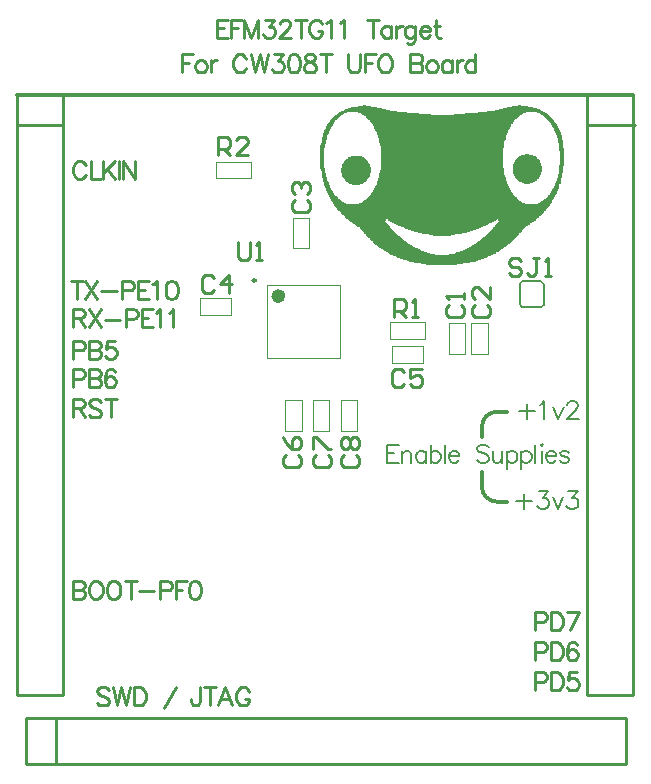
<source format=gto>
G04*
G04 #@! TF.GenerationSoftware,Altium Limited,Altium Designer,18.1.7 (191)*
G04*
G04 Layer_Color=65535*
%FSLAX25Y25*%
%MOIN*%
G70*
G01*
G75*
%ADD10C,0.02362*%
%ADD11C,0.00984*%
%ADD12C,0.01181*%
%ADD13C,0.00787*%
%ADD14C,0.00394*%
%ADD15C,0.01000*%
%ADD16C,0.00800*%
G36*
X167980Y219833D02*
X170102D01*
Y219640D01*
X171066D01*
Y219447D01*
X172031D01*
Y219254D01*
X172609D01*
Y219061D01*
X173188D01*
Y218868D01*
X173767D01*
Y218676D01*
X174153D01*
Y218483D01*
X174538D01*
Y218290D01*
X174924D01*
Y218097D01*
X175310D01*
Y217904D01*
X175696D01*
Y217711D01*
X175889D01*
Y217518D01*
X176274D01*
Y217325D01*
X176467D01*
Y217132D01*
X176853D01*
Y216939D01*
X177046D01*
Y216747D01*
X177239D01*
Y216554D01*
X177432D01*
Y216361D01*
X177625D01*
Y216168D01*
X177818D01*
Y215975D01*
X178010D01*
Y215782D01*
X178203D01*
Y215589D01*
X178396D01*
Y215396D01*
X178589D01*
Y215203D01*
X178782D01*
Y215010D01*
X178975D01*
Y214818D01*
Y214625D01*
X179168D01*
Y214432D01*
X179361D01*
Y214239D01*
Y214046D01*
X179554D01*
Y213853D01*
X179747D01*
Y213660D01*
Y213467D01*
X179939D01*
Y213274D01*
Y213082D01*
X180132D01*
Y212889D01*
X180325D01*
Y212696D01*
Y212503D01*
X180518D01*
Y212310D01*
Y212117D01*
X180711D01*
Y211924D01*
Y211731D01*
X180904D01*
Y211538D01*
Y211346D01*
Y211153D01*
X181097D01*
Y210960D01*
Y210767D01*
Y210574D01*
X181290D01*
Y210381D01*
Y210188D01*
Y209995D01*
X181483D01*
Y209802D01*
Y209609D01*
Y209417D01*
X181676D01*
Y209224D01*
Y209031D01*
Y208838D01*
Y208645D01*
Y208452D01*
X181869D01*
Y208259D01*
Y208066D01*
Y207873D01*
Y207680D01*
Y207488D01*
Y207295D01*
Y207102D01*
Y206909D01*
X182061D01*
Y206716D01*
Y206523D01*
Y206330D01*
Y206137D01*
Y205944D01*
Y205751D01*
X182254D01*
Y205558D01*
Y205366D01*
Y205173D01*
Y204980D01*
Y204787D01*
Y204594D01*
Y204401D01*
Y204208D01*
Y204015D01*
Y203822D01*
Y203629D01*
Y203437D01*
Y203244D01*
Y203051D01*
Y202858D01*
Y202665D01*
Y202472D01*
Y202279D01*
Y202086D01*
Y201893D01*
Y201701D01*
Y201508D01*
Y201315D01*
Y201122D01*
Y200929D01*
Y200736D01*
Y200543D01*
Y200350D01*
Y200157D01*
Y199964D01*
X182061D01*
Y199772D01*
Y199579D01*
Y199386D01*
Y199193D01*
Y199000D01*
Y198807D01*
X181869D01*
Y198614D01*
Y198421D01*
Y198228D01*
Y198036D01*
Y197843D01*
Y197650D01*
Y197457D01*
X181676D01*
Y197264D01*
Y197071D01*
Y196878D01*
Y196685D01*
Y196492D01*
Y196299D01*
X181483D01*
Y196107D01*
Y195914D01*
Y195721D01*
X181290D01*
Y195528D01*
Y195335D01*
Y195142D01*
Y194949D01*
X181097D01*
Y194756D01*
Y194563D01*
Y194370D01*
Y194177D01*
Y193985D01*
X180904D01*
Y193792D01*
X180711D01*
Y193599D01*
Y193406D01*
Y193213D01*
Y193020D01*
X180518D01*
Y192827D01*
Y192634D01*
Y192441D01*
Y192249D01*
X180325D01*
Y192056D01*
X180132D01*
Y191863D01*
Y191670D01*
Y191477D01*
X179939D01*
Y191284D01*
Y191091D01*
Y190898D01*
X179747D01*
Y190705D01*
Y190513D01*
X179554D01*
Y190320D01*
X179361D01*
Y190127D01*
Y189934D01*
Y189741D01*
X179168D01*
Y189548D01*
Y189355D01*
X178975D01*
Y189162D01*
X178782D01*
Y188969D01*
Y188776D01*
X178589D01*
Y188584D01*
Y188391D01*
X178396D01*
Y188198D01*
X178203D01*
Y188005D01*
Y187812D01*
Y187619D01*
X178010D01*
Y187426D01*
X177818D01*
Y187233D01*
X177625D01*
Y187040D01*
Y186847D01*
X177432D01*
Y186654D01*
X177239D01*
Y186462D01*
Y186269D01*
X177046D01*
Y186076D01*
X176853D01*
Y185883D01*
Y185690D01*
X176660D01*
Y185497D01*
X176274D01*
Y185304D01*
Y185111D01*
X176082D01*
Y184918D01*
X175889D01*
Y184726D01*
X175696D01*
Y184533D01*
X175503D01*
Y184340D01*
Y184147D01*
X175310D01*
Y183954D01*
X175117D01*
Y183761D01*
X174924D01*
Y183568D01*
X174731D01*
Y183375D01*
X174538D01*
Y183182D01*
X174346D01*
Y182990D01*
X173960D01*
Y182797D01*
X173767D01*
Y182604D01*
X173574D01*
Y182411D01*
X173381D01*
Y182218D01*
X173188D01*
Y182025D01*
X172995D01*
Y181832D01*
X172802D01*
Y181639D01*
X172416D01*
Y181446D01*
X172224D01*
Y181253D01*
X171838D01*
Y181061D01*
X171645D01*
Y180868D01*
X171452D01*
Y180675D01*
X171066D01*
Y180482D01*
X170873D01*
Y180289D01*
X170680D01*
Y180096D01*
X170295D01*
Y179903D01*
X169909D01*
Y179710D01*
X169716D01*
Y179517D01*
X169330D01*
Y179324D01*
X169137D01*
Y179131D01*
X168944D01*
Y178939D01*
X168751D01*
Y178746D01*
X168559D01*
Y178553D01*
X168366D01*
Y178360D01*
X168173D01*
Y178167D01*
Y177974D01*
X167980D01*
Y177781D01*
X167787D01*
Y177588D01*
X167594D01*
Y177395D01*
X167401D01*
Y177202D01*
X167208D01*
Y177010D01*
Y176817D01*
X167015D01*
Y176624D01*
X166822D01*
Y176431D01*
X166630D01*
Y176238D01*
X166437D01*
Y176045D01*
X166244D01*
Y175852D01*
X166051D01*
Y175659D01*
X165858D01*
Y175467D01*
X165665D01*
Y175274D01*
X165472D01*
Y175081D01*
X165279D01*
Y174888D01*
X165086D01*
Y174695D01*
X164893D01*
Y174502D01*
X164701D01*
Y174309D01*
X164315D01*
Y174116D01*
X164122D01*
Y173923D01*
X163929D01*
Y173730D01*
X163736D01*
Y173538D01*
X163543D01*
Y173345D01*
X163157D01*
Y173152D01*
X162964D01*
Y172959D01*
X162772D01*
Y172766D01*
X162386D01*
Y172573D01*
X162193D01*
Y172380D01*
X162000D01*
Y172187D01*
X161614D01*
Y171994D01*
X161228D01*
Y171801D01*
X161036D01*
Y171608D01*
X160650D01*
Y171416D01*
X160457D01*
Y171223D01*
X160071D01*
Y171030D01*
X159685D01*
Y170837D01*
X159492D01*
Y170644D01*
X159107D01*
Y170451D01*
X158721D01*
Y170258D01*
X158335D01*
Y170065D01*
X157949D01*
Y169872D01*
X157563D01*
Y169679D01*
X156985D01*
Y169487D01*
X156599D01*
Y169294D01*
X156213D01*
Y169101D01*
X155634D01*
Y168908D01*
X155249D01*
Y168715D01*
X154670D01*
Y168522D01*
X153898D01*
Y168329D01*
X153513D01*
Y168136D01*
X152741D01*
Y167944D01*
X152162D01*
Y167751D01*
X150812D01*
Y167558D01*
X149654D01*
Y167365D01*
X148497D01*
Y167172D01*
X146568D01*
Y166979D01*
X142131D01*
Y166786D01*
X139045D01*
Y166979D01*
X136345D01*
Y167172D01*
X134608D01*
Y167365D01*
X132872D01*
Y167558D01*
X132101D01*
Y167751D01*
X131136D01*
Y167944D01*
X130558D01*
Y168136D01*
X129786D01*
Y168329D01*
X129400D01*
Y168522D01*
X128629D01*
Y168715D01*
X128050D01*
Y168908D01*
X127471D01*
Y169101D01*
X127085D01*
Y169294D01*
X126700D01*
Y169487D01*
X126121D01*
Y169679D01*
X125735D01*
Y169872D01*
X125349D01*
Y170065D01*
X124771D01*
Y170258D01*
X124385D01*
Y170451D01*
X124192D01*
Y170644D01*
X123806D01*
Y170837D01*
X123420D01*
Y171030D01*
X123035D01*
Y171223D01*
X122842D01*
Y171416D01*
X122456D01*
Y171608D01*
X122070D01*
Y171801D01*
X121877D01*
Y171994D01*
X121492D01*
Y172187D01*
X121299D01*
Y172380D01*
X120913D01*
Y172573D01*
X120720D01*
Y172766D01*
X120527D01*
Y172959D01*
X120141D01*
Y173152D01*
X119948D01*
Y173345D01*
X119755D01*
Y173538D01*
X119370D01*
Y173730D01*
X119177D01*
Y173923D01*
X118984D01*
Y174116D01*
X118791D01*
Y174309D01*
X118598D01*
Y174502D01*
X118405D01*
Y174695D01*
X118212D01*
Y174888D01*
X117826D01*
Y175081D01*
Y175274D01*
X117633D01*
Y175467D01*
X117441D01*
Y175659D01*
X117248D01*
Y175852D01*
X117055D01*
Y176045D01*
X116862D01*
Y176238D01*
X116669D01*
Y176431D01*
X116476D01*
Y176624D01*
X116283D01*
Y176817D01*
X116090D01*
Y177010D01*
X115897D01*
Y177202D01*
X115705D01*
Y177395D01*
Y177588D01*
X115512D01*
Y177781D01*
X115126D01*
Y177974D01*
Y178167D01*
X114933D01*
Y178360D01*
X114740D01*
Y178553D01*
X114547D01*
Y178746D01*
Y178939D01*
X114354D01*
Y179131D01*
X114161D01*
Y179324D01*
X113776D01*
Y179517D01*
X113390D01*
Y179710D01*
X113197D01*
Y179903D01*
X112811D01*
Y180096D01*
X112618D01*
Y180289D01*
X112425D01*
Y180482D01*
X112039D01*
Y180675D01*
X111847D01*
Y180868D01*
X111461D01*
Y181061D01*
X111268D01*
Y181253D01*
X110882D01*
Y181446D01*
X110689D01*
Y181639D01*
X110496D01*
Y181832D01*
X110303D01*
Y182025D01*
X109918D01*
Y182218D01*
X109725D01*
Y182411D01*
X109532D01*
Y182604D01*
X109339D01*
Y182797D01*
X109146D01*
Y182990D01*
X108953D01*
Y183182D01*
X108760D01*
Y183375D01*
X108567D01*
Y183568D01*
X108374D01*
Y183761D01*
X108182D01*
Y183954D01*
X107796D01*
Y184147D01*
Y184340D01*
X107603D01*
Y184533D01*
X107410D01*
Y184726D01*
X107217D01*
Y184918D01*
X107024D01*
Y185111D01*
X106831D01*
Y185304D01*
X106638D01*
Y185497D01*
Y185690D01*
X106445D01*
Y185883D01*
X106253D01*
Y186076D01*
X106060D01*
Y186269D01*
X105867D01*
Y186462D01*
Y186654D01*
X105674D01*
Y186847D01*
X105481D01*
Y187040D01*
Y187233D01*
X105288D01*
Y187426D01*
X105095D01*
Y187619D01*
Y187812D01*
X104902D01*
Y188005D01*
X104709D01*
Y188198D01*
Y188391D01*
X104516D01*
Y188584D01*
Y188776D01*
X104324D01*
Y188969D01*
Y189162D01*
X104131D01*
Y189355D01*
X103938D01*
Y189548D01*
Y189741D01*
X103745D01*
Y189934D01*
Y190127D01*
X103552D01*
Y190320D01*
Y190513D01*
Y190705D01*
X103359D01*
Y190898D01*
Y191091D01*
X103166D01*
Y191284D01*
Y191477D01*
X102973D01*
Y191670D01*
Y191863D01*
Y192056D01*
X102780D01*
Y192249D01*
Y192441D01*
Y192634D01*
X102587D01*
Y192827D01*
Y193020D01*
X102395D01*
Y193213D01*
Y193406D01*
Y193599D01*
X102202D01*
Y193792D01*
Y193985D01*
Y194177D01*
Y194370D01*
X102009D01*
Y194563D01*
Y194756D01*
Y194949D01*
Y195142D01*
Y195335D01*
X101816D01*
Y195528D01*
Y195721D01*
X101623D01*
Y195914D01*
Y196107D01*
Y196299D01*
Y196492D01*
Y196685D01*
Y196878D01*
X101430D01*
Y197071D01*
Y197264D01*
Y197457D01*
Y197650D01*
Y197843D01*
Y198036D01*
X101237D01*
Y198228D01*
Y198421D01*
Y198614D01*
Y198807D01*
X101044D01*
Y199000D01*
Y199193D01*
Y199386D01*
Y199579D01*
Y199772D01*
Y199964D01*
Y200157D01*
Y200350D01*
Y200543D01*
Y200736D01*
Y200929D01*
Y201122D01*
X100851D01*
Y201315D01*
Y201508D01*
Y201701D01*
Y201893D01*
Y202086D01*
Y202279D01*
Y202472D01*
Y202665D01*
Y202858D01*
Y203051D01*
Y203244D01*
Y203437D01*
Y203629D01*
Y203822D01*
Y204015D01*
X101044D01*
Y204208D01*
Y204401D01*
Y204594D01*
Y204787D01*
Y204980D01*
Y205173D01*
Y205366D01*
Y205558D01*
Y205751D01*
Y205944D01*
Y206137D01*
Y206330D01*
Y206523D01*
Y206716D01*
X101237D01*
Y206909D01*
Y207102D01*
Y207295D01*
Y207488D01*
X101430D01*
Y207680D01*
Y207873D01*
Y208066D01*
Y208259D01*
Y208452D01*
Y208645D01*
Y208838D01*
X101623D01*
Y209031D01*
Y209224D01*
Y209417D01*
Y209609D01*
X101816D01*
Y209802D01*
Y209995D01*
Y210188D01*
X102009D01*
Y210381D01*
Y210574D01*
Y210767D01*
X102202D01*
Y210960D01*
Y211153D01*
Y211346D01*
X102395D01*
Y211538D01*
Y211731D01*
Y211924D01*
X102587D01*
Y212117D01*
X102780D01*
Y212310D01*
Y212503D01*
Y212696D01*
X102973D01*
Y212889D01*
Y213082D01*
X103166D01*
Y213274D01*
Y213467D01*
X103359D01*
Y213660D01*
X103552D01*
Y213853D01*
Y214046D01*
X103745D01*
Y214239D01*
X103938D01*
Y214432D01*
X104131D01*
Y214625D01*
Y214818D01*
X104324D01*
Y215010D01*
Y215203D01*
X104516D01*
Y215396D01*
X104709D01*
Y215589D01*
X104902D01*
Y215782D01*
X105095D01*
Y215975D01*
X105288D01*
Y216168D01*
X105481D01*
Y216361D01*
X105674D01*
Y216554D01*
X105867D01*
Y216747D01*
X106253D01*
Y216939D01*
X106445D01*
Y217132D01*
X106831D01*
Y217325D01*
X107024D01*
Y217518D01*
X107217D01*
Y217711D01*
X107603D01*
Y217904D01*
X107989D01*
Y218097D01*
X108374D01*
Y218290D01*
X108760D01*
Y218483D01*
X109146D01*
Y218676D01*
X109532D01*
Y218868D01*
X110110D01*
Y219061D01*
X110689D01*
Y219254D01*
X111268D01*
Y219447D01*
X112232D01*
Y219640D01*
X113583D01*
Y219833D01*
X115319D01*
Y220026D01*
X116090D01*
Y219833D01*
X117826D01*
Y219640D01*
X119177D01*
Y219447D01*
X119755D01*
Y219254D01*
X120720D01*
Y219061D01*
X121492D01*
Y218868D01*
X122070D01*
Y218676D01*
X123035D01*
Y218483D01*
X124192D01*
Y218290D01*
X125349D01*
Y218097D01*
X126507D01*
Y217904D01*
X128050D01*
Y217711D01*
X129786D01*
Y217518D01*
X131715D01*
Y217325D01*
X133837D01*
Y217132D01*
X137888D01*
Y216939D01*
X145411D01*
Y217132D01*
X149269D01*
Y217325D01*
X151391D01*
Y217518D01*
X153513D01*
Y217711D01*
X155249D01*
Y217904D01*
X156406D01*
Y218097D01*
X157756D01*
Y218290D01*
X159107D01*
Y218483D01*
X160457D01*
Y218676D01*
X161228D01*
Y218868D01*
X161807D01*
Y219061D01*
X162386D01*
Y219254D01*
X163157D01*
Y219447D01*
X163929D01*
Y219640D01*
X164893D01*
Y219833D01*
X167015D01*
Y220026D01*
X167980D01*
Y219833D01*
D02*
G37*
%LPC*%
G36*
X172416Y217904D02*
X170295D01*
Y217711D01*
X169523D01*
Y217518D01*
X169137D01*
Y217325D01*
X168559D01*
Y217132D01*
X168173D01*
Y216939D01*
X167980D01*
Y216747D01*
X167594D01*
Y216554D01*
X167401D01*
Y216361D01*
X167208D01*
Y216168D01*
X166822D01*
Y215975D01*
X166630D01*
Y215782D01*
X166437D01*
Y215589D01*
X166244D01*
Y215396D01*
X166051D01*
Y215203D01*
X165858D01*
Y215010D01*
X165665D01*
Y214818D01*
Y214625D01*
X165472D01*
Y214432D01*
X165279D01*
Y214239D01*
X165086D01*
Y214046D01*
Y213853D01*
X164893D01*
Y213660D01*
X164701D01*
Y213467D01*
Y213274D01*
X164508D01*
Y213082D01*
Y212889D01*
X164315D01*
Y212696D01*
X164122D01*
Y212503D01*
Y212310D01*
X163929D01*
Y212117D01*
Y211924D01*
X163736D01*
Y211731D01*
Y211538D01*
X163543D01*
Y211346D01*
Y211153D01*
Y210960D01*
X163350D01*
Y210767D01*
Y210574D01*
X163157D01*
Y210381D01*
Y210188D01*
Y209995D01*
X162964D01*
Y209802D01*
Y209609D01*
Y209417D01*
X162772D01*
Y209224D01*
Y209031D01*
Y208838D01*
Y208645D01*
X162579D01*
Y208452D01*
Y208259D01*
Y208066D01*
X162386D01*
Y207873D01*
Y207680D01*
Y207488D01*
Y207295D01*
Y207102D01*
X162193D01*
Y206909D01*
Y206716D01*
Y206523D01*
Y206330D01*
Y206137D01*
Y205944D01*
Y205751D01*
X162000D01*
Y205558D01*
Y205366D01*
Y205173D01*
Y204980D01*
Y204787D01*
Y204594D01*
Y204401D01*
Y204208D01*
X161807D01*
Y204015D01*
Y203822D01*
Y203629D01*
Y203437D01*
Y203244D01*
Y203051D01*
Y202858D01*
Y202665D01*
Y202472D01*
Y202279D01*
Y202086D01*
Y201893D01*
Y201701D01*
Y201508D01*
Y201315D01*
Y201122D01*
Y200929D01*
Y200736D01*
X162000D01*
Y200543D01*
Y200350D01*
Y200157D01*
Y199964D01*
Y199772D01*
Y199579D01*
Y199386D01*
Y199193D01*
Y199000D01*
X162193D01*
Y198807D01*
Y198614D01*
Y198421D01*
Y198228D01*
Y198036D01*
Y197843D01*
X162386D01*
Y197650D01*
Y197457D01*
Y197264D01*
Y197071D01*
Y196878D01*
X162579D01*
Y196685D01*
Y196492D01*
Y196299D01*
Y196107D01*
X162772D01*
Y195914D01*
Y195721D01*
Y195528D01*
X162964D01*
Y195335D01*
Y195142D01*
Y194949D01*
Y194756D01*
X163157D01*
Y194563D01*
Y194370D01*
X163350D01*
Y194177D01*
Y193985D01*
Y193792D01*
X163543D01*
Y193599D01*
Y193406D01*
X163736D01*
Y193213D01*
Y193020D01*
X163929D01*
Y192827D01*
Y192634D01*
X164122D01*
Y192441D01*
Y192249D01*
X164315D01*
Y192056D01*
Y191863D01*
X164508D01*
Y191670D01*
Y191477D01*
X164701D01*
Y191284D01*
X164893D01*
Y191091D01*
Y190898D01*
X165086D01*
Y190705D01*
X165279D01*
Y190513D01*
Y190320D01*
X165472D01*
Y190127D01*
X165665D01*
Y189934D01*
X165858D01*
Y189741D01*
X166051D01*
Y189548D01*
X166244D01*
Y189355D01*
X166437D01*
Y189162D01*
X166630D01*
Y188969D01*
X166822D01*
Y188776D01*
X167015D01*
Y188584D01*
X167208D01*
Y188391D01*
X167401D01*
Y188198D01*
X167787D01*
Y188005D01*
X167980D01*
Y187812D01*
X168366D01*
Y187619D01*
X168751D01*
Y187426D01*
X169137D01*
Y187233D01*
X169909D01*
Y187040D01*
X172995D01*
Y187233D01*
X173574D01*
Y187426D01*
X173960D01*
Y187619D01*
X174346D01*
Y187812D01*
X174731D01*
Y188005D01*
X174924D01*
Y188198D01*
X175310D01*
Y188391D01*
X175503D01*
Y188584D01*
X175696D01*
Y188776D01*
X176082D01*
Y188969D01*
X176274D01*
Y189162D01*
X176467D01*
Y189355D01*
X176660D01*
Y189548D01*
X176853D01*
Y189741D01*
X177046D01*
Y189934D01*
Y190127D01*
X177239D01*
Y190320D01*
X177432D01*
Y190513D01*
X177625D01*
Y190705D01*
Y190898D01*
X177818D01*
Y191091D01*
X178010D01*
Y191284D01*
Y191477D01*
X178203D01*
Y191670D01*
X178396D01*
Y191863D01*
Y192056D01*
X178589D01*
Y192249D01*
Y192441D01*
X178782D01*
Y192634D01*
Y192827D01*
X178975D01*
Y193020D01*
Y193213D01*
X179168D01*
Y193406D01*
Y193599D01*
X179361D01*
Y193792D01*
Y193985D01*
Y194177D01*
X179554D01*
Y194370D01*
Y194563D01*
Y194756D01*
X179747D01*
Y194949D01*
Y195142D01*
X179939D01*
Y195335D01*
Y195528D01*
Y195721D01*
Y195914D01*
X180132D01*
Y196107D01*
Y196299D01*
Y196492D01*
Y196685D01*
X180325D01*
Y196878D01*
Y197071D01*
Y197264D01*
X180518D01*
Y197457D01*
Y197650D01*
Y197843D01*
Y198036D01*
Y198228D01*
Y198421D01*
X180711D01*
Y198614D01*
Y198807D01*
Y199000D01*
Y199193D01*
Y199386D01*
Y199579D01*
Y199772D01*
Y199964D01*
Y200157D01*
X180904D01*
Y200350D01*
Y200543D01*
Y200736D01*
Y200929D01*
Y201122D01*
Y201315D01*
Y201508D01*
Y201701D01*
Y201893D01*
Y202086D01*
Y202279D01*
Y202472D01*
Y202665D01*
Y202858D01*
Y203051D01*
Y203244D01*
Y203437D01*
Y203629D01*
Y203822D01*
Y204015D01*
Y204208D01*
Y204401D01*
Y204594D01*
Y204787D01*
X180711D01*
Y204980D01*
Y205173D01*
Y205366D01*
Y205558D01*
Y205751D01*
Y205944D01*
Y206137D01*
Y206330D01*
X180518D01*
Y206523D01*
Y206716D01*
Y206909D01*
Y207102D01*
Y207295D01*
Y207488D01*
X180325D01*
Y207680D01*
Y207873D01*
Y208066D01*
Y208259D01*
X180132D01*
Y208452D01*
Y208645D01*
Y208838D01*
Y209031D01*
X179939D01*
Y209224D01*
Y209417D01*
Y209609D01*
X179747D01*
Y209802D01*
Y209995D01*
Y210188D01*
X179554D01*
Y210381D01*
Y210574D01*
Y210767D01*
X179361D01*
Y210960D01*
Y211153D01*
X179168D01*
Y211346D01*
Y211538D01*
X178975D01*
Y211731D01*
Y211924D01*
X178782D01*
Y212117D01*
Y212310D01*
Y212503D01*
X178589D01*
Y212696D01*
X178396D01*
Y212889D01*
Y213082D01*
X178203D01*
Y213274D01*
Y213467D01*
X178010D01*
Y213660D01*
X177818D01*
Y213853D01*
Y214046D01*
X177625D01*
Y214239D01*
X177432D01*
Y214432D01*
X177239D01*
Y214625D01*
Y214818D01*
X177046D01*
Y215010D01*
X176853D01*
Y215203D01*
X176660D01*
Y215396D01*
X176467D01*
Y215589D01*
X176274D01*
Y215782D01*
X176082D01*
Y215975D01*
X175889D01*
Y216168D01*
X175696D01*
Y216361D01*
X175503D01*
Y216554D01*
X175117D01*
Y216747D01*
X174924D01*
Y216939D01*
X174538D01*
Y217132D01*
X174153D01*
Y217325D01*
X173767D01*
Y217518D01*
X173188D01*
Y217711D01*
X172416D01*
Y217904D01*
D02*
G37*
G36*
X112811D02*
X110689D01*
Y217711D01*
X109918D01*
Y217518D01*
X109339D01*
Y217325D01*
X108953D01*
Y217132D01*
X108567D01*
Y216939D01*
X108374D01*
Y216747D01*
X107989D01*
Y216554D01*
X107796D01*
Y216361D01*
X107603D01*
Y216168D01*
X107217D01*
Y215975D01*
X107024D01*
Y215782D01*
X106831D01*
Y215589D01*
X106638D01*
Y215396D01*
X106445D01*
Y215203D01*
X106253D01*
Y215010D01*
X106060D01*
Y214818D01*
Y214625D01*
X105867D01*
Y214432D01*
X105674D01*
Y214239D01*
X105481D01*
Y214046D01*
Y213853D01*
X105288D01*
Y213660D01*
X105095D01*
Y213467D01*
Y213274D01*
X104902D01*
Y213082D01*
Y212889D01*
X104709D01*
Y212696D01*
X104516D01*
Y212503D01*
Y212310D01*
X104324D01*
Y212117D01*
Y211924D01*
X104131D01*
Y211731D01*
Y211538D01*
X103938D01*
Y211346D01*
Y211153D01*
Y210960D01*
X103745D01*
Y210767D01*
Y210574D01*
X103552D01*
Y210381D01*
Y210188D01*
Y209995D01*
X103359D01*
Y209802D01*
Y209609D01*
Y209417D01*
X103166D01*
Y209224D01*
Y209031D01*
Y208838D01*
Y208645D01*
X102973D01*
Y208452D01*
Y208259D01*
Y208066D01*
X102780D01*
Y207873D01*
Y207680D01*
Y207488D01*
Y207295D01*
Y207102D01*
X102587D01*
Y206909D01*
Y206716D01*
Y206523D01*
Y206330D01*
Y206137D01*
Y205944D01*
X102395D01*
Y205751D01*
Y205558D01*
Y205366D01*
Y205173D01*
Y204980D01*
Y204787D01*
Y204594D01*
Y204401D01*
Y204208D01*
X102202D01*
Y204015D01*
Y203822D01*
Y203629D01*
Y203437D01*
Y203244D01*
Y203051D01*
Y202858D01*
Y202665D01*
Y202472D01*
Y202279D01*
Y202086D01*
Y201893D01*
Y201701D01*
Y201508D01*
Y201315D01*
Y201122D01*
Y200929D01*
Y200736D01*
Y200543D01*
X102395D01*
Y200350D01*
Y200157D01*
Y199964D01*
Y199772D01*
Y199579D01*
Y199386D01*
Y199193D01*
Y199000D01*
X102587D01*
Y198807D01*
Y198614D01*
Y198421D01*
Y198228D01*
Y198036D01*
Y197843D01*
Y197650D01*
X102780D01*
Y197457D01*
Y197264D01*
Y197071D01*
Y196878D01*
X102973D01*
Y196685D01*
Y196492D01*
Y196299D01*
Y196107D01*
X103166D01*
Y195914D01*
Y195721D01*
Y195528D01*
Y195335D01*
X103359D01*
Y195142D01*
Y194949D01*
Y194756D01*
X103552D01*
Y194563D01*
Y194370D01*
X103745D01*
Y194177D01*
Y193985D01*
Y193792D01*
X103938D01*
Y193599D01*
Y193406D01*
X104131D01*
Y193213D01*
Y193020D01*
X104324D01*
Y192827D01*
Y192634D01*
X104516D01*
Y192441D01*
Y192249D01*
X104709D01*
Y192056D01*
Y191863D01*
X104902D01*
Y191670D01*
Y191477D01*
X105095D01*
Y191284D01*
X105288D01*
Y191091D01*
Y190898D01*
X105481D01*
Y190705D01*
X105674D01*
Y190513D01*
Y190320D01*
X105867D01*
Y190127D01*
X106060D01*
Y189934D01*
X106253D01*
Y189741D01*
X106445D01*
Y189548D01*
X106638D01*
Y189355D01*
X106831D01*
Y189162D01*
X107024D01*
Y188969D01*
X107217D01*
Y188776D01*
X107410D01*
Y188584D01*
X107603D01*
Y188391D01*
X107796D01*
Y188198D01*
X108182D01*
Y188005D01*
X108374D01*
Y187812D01*
X108760D01*
Y187619D01*
X109146D01*
Y187426D01*
X109532D01*
Y187233D01*
X110303D01*
Y187040D01*
X113390D01*
Y187233D01*
X113968D01*
Y187426D01*
X114354D01*
Y187619D01*
X114740D01*
Y187812D01*
X115126D01*
Y188005D01*
X115319D01*
Y188198D01*
X115705D01*
Y188391D01*
X115897D01*
Y188584D01*
X116090D01*
Y188776D01*
X116476D01*
Y188969D01*
X116669D01*
Y189162D01*
X116862D01*
Y189355D01*
X117055D01*
Y189548D01*
X117248D01*
Y189741D01*
Y189934D01*
X117441D01*
Y190127D01*
X117633D01*
Y190320D01*
X117826D01*
Y190513D01*
X118019D01*
Y190705D01*
Y190898D01*
X118212D01*
Y191091D01*
X118405D01*
Y191284D01*
Y191477D01*
X118598D01*
Y191670D01*
X118791D01*
Y191863D01*
Y192056D01*
X118984D01*
Y192249D01*
Y192441D01*
X119177D01*
Y192634D01*
Y192827D01*
X119370D01*
Y193020D01*
Y193213D01*
X119562D01*
Y193406D01*
Y193599D01*
X119755D01*
Y193792D01*
Y193985D01*
Y194177D01*
X119948D01*
Y194370D01*
Y194563D01*
Y194756D01*
X120141D01*
Y194949D01*
Y195142D01*
Y195335D01*
X120334D01*
Y195528D01*
Y195721D01*
Y195914D01*
X120527D01*
Y196107D01*
Y196299D01*
Y196492D01*
Y196685D01*
X120720D01*
Y196878D01*
Y197071D01*
Y197264D01*
Y197457D01*
X120913D01*
Y197650D01*
Y197843D01*
Y198036D01*
Y198228D01*
Y198421D01*
X121106D01*
Y198614D01*
Y198807D01*
Y199000D01*
Y199193D01*
Y199386D01*
Y199579D01*
Y199772D01*
Y199964D01*
Y200157D01*
X121299D01*
Y200350D01*
Y200543D01*
Y200736D01*
Y200929D01*
Y201122D01*
Y201315D01*
Y201508D01*
Y201701D01*
Y201893D01*
Y202086D01*
Y202279D01*
Y202472D01*
Y202665D01*
Y202858D01*
Y203051D01*
Y203244D01*
Y203437D01*
Y203629D01*
Y203822D01*
Y204015D01*
Y204208D01*
Y204401D01*
Y204594D01*
Y204787D01*
X121106D01*
Y204980D01*
Y205173D01*
Y205366D01*
Y205558D01*
Y205751D01*
Y205944D01*
Y206137D01*
Y206330D01*
X120913D01*
Y206523D01*
Y206716D01*
Y206909D01*
Y207102D01*
Y207295D01*
Y207488D01*
X120720D01*
Y207680D01*
Y207873D01*
Y208066D01*
Y208259D01*
X120527D01*
Y208452D01*
Y208645D01*
Y208838D01*
Y209031D01*
X120334D01*
Y209224D01*
Y209417D01*
Y209609D01*
X120141D01*
Y209802D01*
Y209995D01*
Y210188D01*
X119948D01*
Y210381D01*
Y210574D01*
Y210767D01*
X119755D01*
Y210960D01*
Y211153D01*
X119562D01*
Y211346D01*
Y211538D01*
X119370D01*
Y211731D01*
Y211924D01*
X119177D01*
Y212117D01*
Y212310D01*
X118984D01*
Y212503D01*
Y212696D01*
X118791D01*
Y212889D01*
Y213082D01*
X118598D01*
Y213274D01*
Y213467D01*
X118405D01*
Y213660D01*
X118212D01*
Y213853D01*
Y214046D01*
X118019D01*
Y214239D01*
X117826D01*
Y214432D01*
X117633D01*
Y214625D01*
Y214818D01*
X117441D01*
Y215010D01*
X117248D01*
Y215203D01*
X117055D01*
Y215396D01*
X116862D01*
Y215589D01*
X116669D01*
Y215782D01*
X116476D01*
Y215975D01*
X116283D01*
Y216168D01*
X116090D01*
Y216361D01*
X115705D01*
Y216554D01*
X115512D01*
Y216747D01*
X115319D01*
Y216939D01*
X114933D01*
Y217132D01*
X114547D01*
Y217325D01*
X114161D01*
Y217518D01*
X113583D01*
Y217711D01*
X112811D01*
Y217904D01*
D02*
G37*
G36*
X160071Y182025D02*
X159878D01*
Y181832D01*
X159492D01*
Y181639D01*
X159299D01*
Y181446D01*
X158914D01*
Y181253D01*
X158528D01*
Y181061D01*
X158142D01*
Y180868D01*
X157756D01*
Y180675D01*
X157370D01*
Y180482D01*
X156985D01*
Y180289D01*
X156599D01*
Y180096D01*
X156213D01*
Y179903D01*
X155827D01*
Y179710D01*
X155249D01*
Y179517D01*
X154863D01*
Y179324D01*
X154477D01*
Y179131D01*
X153898D01*
Y178939D01*
X153320D01*
Y178746D01*
X152934D01*
Y178553D01*
X152355D01*
Y178360D01*
X151776D01*
Y178167D01*
X151005D01*
Y177974D01*
X150426D01*
Y177781D01*
X149847D01*
Y177588D01*
X148883D01*
Y177395D01*
X148111D01*
Y177202D01*
X147147D01*
Y177010D01*
X145990D01*
Y176817D01*
X144639D01*
Y176624D01*
X142710D01*
Y176431D01*
X140588D01*
Y176624D01*
X138659D01*
Y176817D01*
X137116D01*
Y177010D01*
X135959D01*
Y177202D01*
X134994D01*
Y177395D01*
X134223D01*
Y177588D01*
X133451D01*
Y177781D01*
X132679D01*
Y177974D01*
X132101D01*
Y178167D01*
X131329D01*
Y178360D01*
X130944D01*
Y178553D01*
X130365D01*
Y178746D01*
X129786D01*
Y178939D01*
X129207D01*
Y179131D01*
X128822D01*
Y179324D01*
X128243D01*
Y179517D01*
X127857D01*
Y179710D01*
X127471D01*
Y179903D01*
X126893D01*
Y180096D01*
X126507D01*
Y180289D01*
X126121D01*
Y180482D01*
X125735D01*
Y180675D01*
X125349D01*
Y180868D01*
X124964D01*
Y181061D01*
X124578D01*
Y181253D01*
X124385D01*
Y181446D01*
X123999D01*
Y181639D01*
X123613D01*
Y181832D01*
X123420D01*
Y182025D01*
X123035D01*
Y181832D01*
Y181639D01*
X122842D01*
Y181446D01*
X122649D01*
Y181253D01*
Y181061D01*
X123035D01*
Y180868D01*
X123228D01*
Y180675D01*
Y180482D01*
X123420D01*
Y180289D01*
X123613D01*
Y180096D01*
X123806D01*
Y179903D01*
X123999D01*
Y179710D01*
X124192D01*
Y179517D01*
Y179324D01*
X124385D01*
Y179131D01*
X124578D01*
Y178939D01*
X124771D01*
Y178746D01*
X124964D01*
Y178553D01*
X125156D01*
Y178360D01*
X125349D01*
Y178167D01*
X125542D01*
Y177974D01*
X125735D01*
Y177781D01*
X125928D01*
Y177588D01*
X126121D01*
Y177395D01*
X126314D01*
Y177202D01*
X126507D01*
Y177010D01*
X126700D01*
Y176817D01*
X126893D01*
Y176624D01*
X127085D01*
Y176431D01*
X127471D01*
Y176238D01*
X127664D01*
Y176045D01*
X127857D01*
Y175852D01*
X128050D01*
Y175659D01*
X128243D01*
Y175467D01*
X128629D01*
Y175274D01*
X128822D01*
Y175081D01*
X129015D01*
Y174888D01*
X129400D01*
Y174695D01*
X129593D01*
Y174502D01*
X129786D01*
Y174309D01*
X130172D01*
Y174116D01*
X130365D01*
Y173923D01*
X130751D01*
Y173730D01*
X130944D01*
Y173538D01*
X131329D01*
Y173345D01*
X131522D01*
Y173152D01*
X131908D01*
Y172959D01*
X132294D01*
Y172766D01*
X132679D01*
Y172573D01*
X133065D01*
Y172380D01*
X133451D01*
Y172187D01*
X133837D01*
Y171994D01*
X134223D01*
Y171801D01*
X134608D01*
Y171608D01*
X134994D01*
Y171416D01*
X135573D01*
Y171223D01*
X136152D01*
Y171030D01*
X136730D01*
Y170837D01*
X137502D01*
Y170644D01*
X138274D01*
Y170451D01*
X139238D01*
Y170258D01*
X140781D01*
Y170065D01*
X142324D01*
Y170258D01*
X144061D01*
Y170451D01*
X144832D01*
Y170644D01*
X145797D01*
Y170837D01*
X146375D01*
Y171030D01*
X146954D01*
Y171223D01*
X147533D01*
Y171416D01*
X148111D01*
Y171608D01*
X148497D01*
Y171801D01*
X149076D01*
Y171994D01*
X149462D01*
Y172187D01*
X149847D01*
Y172380D01*
X150233D01*
Y172573D01*
X150619D01*
Y172766D01*
X150812D01*
Y172959D01*
X151198D01*
Y173152D01*
X151584D01*
Y173345D01*
X151969D01*
Y173538D01*
X152162D01*
Y173730D01*
X152548D01*
Y173923D01*
X152741D01*
Y174116D01*
X153127D01*
Y174309D01*
X153320D01*
Y174502D01*
X153513D01*
Y174695D01*
X153898D01*
Y174888D01*
X154091D01*
Y175081D01*
X154284D01*
Y175274D01*
X154670D01*
Y175467D01*
X154863D01*
Y175659D01*
X155056D01*
Y175852D01*
X155249D01*
Y176045D01*
X155634D01*
Y176238D01*
X155827D01*
Y176431D01*
X156020D01*
Y176624D01*
X156213D01*
Y176817D01*
X156406D01*
Y177010D01*
X156599D01*
Y177202D01*
X156792D01*
Y177395D01*
X156985D01*
Y177588D01*
X157177D01*
Y177781D01*
X157370D01*
Y177974D01*
X157563D01*
Y178167D01*
X157756D01*
Y178360D01*
X157949D01*
Y178553D01*
X158142D01*
Y178746D01*
X158335D01*
Y178939D01*
X158528D01*
Y179131D01*
X158721D01*
Y179324D01*
X158914D01*
Y179517D01*
X159107D01*
Y179710D01*
X159299D01*
Y179903D01*
Y180096D01*
X159492D01*
Y180289D01*
X159685D01*
Y180482D01*
X159878D01*
Y180675D01*
X160071D01*
Y180868D01*
X160264D01*
Y181061D01*
X160457D01*
Y181253D01*
Y181446D01*
Y181639D01*
X160264D01*
Y181832D01*
X160071D01*
Y182025D01*
D02*
G37*
%LPD*%
G36*
X170680Y203629D02*
X171645D01*
Y203437D01*
X172031D01*
Y203244D01*
X172416D01*
Y203051D01*
X172802D01*
Y202858D01*
X172995D01*
Y202665D01*
X173188D01*
Y202472D01*
X173381D01*
Y202279D01*
X173574D01*
Y202086D01*
X173767D01*
Y201893D01*
X173960D01*
Y201701D01*
X174153D01*
Y201508D01*
Y201315D01*
X174346D01*
Y201122D01*
Y200929D01*
X174538D01*
Y200736D01*
Y200543D01*
X174731D01*
Y200350D01*
Y200157D01*
Y199964D01*
X174924D01*
Y199772D01*
Y199579D01*
Y199386D01*
Y199193D01*
Y199000D01*
Y198807D01*
Y198614D01*
Y198421D01*
Y198228D01*
Y198036D01*
Y197843D01*
X174731D01*
Y197650D01*
Y197457D01*
Y197264D01*
X174538D01*
Y197071D01*
Y196878D01*
Y196685D01*
X174346D01*
Y196492D01*
Y196299D01*
X174153D01*
Y196107D01*
X173960D01*
Y195914D01*
Y195721D01*
X173767D01*
Y195528D01*
X173574D01*
Y195335D01*
X173381D01*
Y195142D01*
X173188D01*
Y194949D01*
X172802D01*
Y194756D01*
X172609D01*
Y194563D01*
X172224D01*
Y194370D01*
X171838D01*
Y194177D01*
X171066D01*
Y193985D01*
X168944D01*
Y194177D01*
X168366D01*
Y194370D01*
X167787D01*
Y194563D01*
X167401D01*
Y194756D01*
X167208D01*
Y194949D01*
X166822D01*
Y195142D01*
X166630D01*
Y195335D01*
X166437D01*
Y195528D01*
X166244D01*
Y195721D01*
Y195914D01*
X166051D01*
Y196107D01*
X165858D01*
Y196299D01*
Y196492D01*
X165665D01*
Y196685D01*
X165472D01*
Y196878D01*
Y197071D01*
Y197264D01*
X165279D01*
Y197457D01*
Y197650D01*
Y197843D01*
Y198036D01*
X165086D01*
Y198228D01*
Y198421D01*
Y198614D01*
Y198807D01*
Y199000D01*
Y199193D01*
Y199386D01*
Y199579D01*
X165279D01*
Y199772D01*
Y199964D01*
Y200157D01*
Y200350D01*
X165472D01*
Y200543D01*
Y200736D01*
Y200929D01*
X165665D01*
Y201122D01*
Y201315D01*
X165858D01*
Y201508D01*
Y201701D01*
X166051D01*
Y201893D01*
X166244D01*
Y202086D01*
X166437D01*
Y202279D01*
X166630D01*
Y202472D01*
X166822D01*
Y202665D01*
X167015D01*
Y202858D01*
X167208D01*
Y203051D01*
X167594D01*
Y203244D01*
X167980D01*
Y203437D01*
X168559D01*
Y203629D01*
X169330D01*
Y203822D01*
X170680D01*
Y203629D01*
D02*
G37*
G36*
X114161Y203051D02*
X114740D01*
Y202858D01*
X115126D01*
Y202665D01*
X115512D01*
Y202472D01*
X115897D01*
Y202279D01*
X116090D01*
Y202086D01*
X116283D01*
Y201893D01*
X116476D01*
Y201701D01*
X116669D01*
Y201508D01*
X116862D01*
Y201315D01*
Y201122D01*
X117055D01*
Y200929D01*
X117248D01*
Y200736D01*
Y200543D01*
X117441D01*
Y200350D01*
Y200157D01*
X117633D01*
Y199964D01*
Y199772D01*
Y199579D01*
Y199386D01*
X117826D01*
Y199193D01*
Y199000D01*
Y198807D01*
Y198614D01*
Y198421D01*
Y198228D01*
Y198036D01*
Y197843D01*
Y197650D01*
Y197457D01*
X117633D01*
Y197264D01*
Y197071D01*
Y196878D01*
Y196685D01*
X117441D01*
Y196492D01*
Y196299D01*
X117248D01*
Y196107D01*
Y195914D01*
X117055D01*
Y195721D01*
Y195528D01*
X116862D01*
Y195335D01*
X116669D01*
Y195142D01*
X116476D01*
Y194949D01*
X116283D01*
Y194756D01*
X116090D01*
Y194563D01*
X115897D01*
Y194370D01*
X115512D01*
Y194177D01*
X115319D01*
Y193985D01*
X114740D01*
Y193792D01*
X114354D01*
Y193599D01*
X113197D01*
Y193406D01*
X112618D01*
Y193599D01*
X111654D01*
Y193792D01*
X111075D01*
Y193985D01*
X110689D01*
Y194177D01*
X110303D01*
Y194370D01*
X109918D01*
Y194563D01*
X109725D01*
Y194756D01*
X109532D01*
Y194949D01*
X109339D01*
Y195142D01*
X109146D01*
Y195335D01*
X108953D01*
Y195528D01*
Y195721D01*
X108760D01*
Y195914D01*
X108567D01*
Y196107D01*
Y196299D01*
X108374D01*
Y196492D01*
Y196685D01*
Y196878D01*
X108182D01*
Y197071D01*
Y197264D01*
Y197457D01*
Y197650D01*
X107989D01*
Y197843D01*
Y198036D01*
Y198228D01*
Y198421D01*
Y198614D01*
Y198807D01*
Y199000D01*
Y199193D01*
X108182D01*
Y199386D01*
Y199579D01*
Y199772D01*
Y199964D01*
X108374D01*
Y200157D01*
Y200350D01*
Y200543D01*
X108567D01*
Y200736D01*
Y200929D01*
X108760D01*
Y201122D01*
X108953D01*
Y201315D01*
Y201508D01*
X109146D01*
Y201701D01*
X109339D01*
Y201893D01*
X109532D01*
Y202086D01*
X109725D01*
Y202279D01*
X110110D01*
Y202472D01*
X110303D01*
Y202665D01*
X110689D01*
Y202858D01*
X111075D01*
Y203051D01*
X111654D01*
Y203244D01*
X114161D01*
Y203051D01*
D02*
G37*
D10*
X88217Y156465D02*
G03*
X88217Y156465I-1181J0D01*
G01*
D11*
X79457Y161681D02*
G03*
X79457Y161681I-492J0D01*
G01*
D12*
X154874Y92925D02*
G03*
X159874Y87925I5000J0D01*
G01*
Y117925D02*
G03*
X154874Y112925I0J-5000D01*
G01*
Y92925D02*
Y97925D01*
X159874Y87925D02*
X163374D01*
X154874Y109425D02*
Y112925D01*
X159874Y117925D02*
X163374D01*
X0Y223425D02*
X205374D01*
D13*
X167563Y153850D02*
G03*
X168744Y152669I1181J0D01*
G01*
X174650D02*
G03*
X175437Y153457I0J787D01*
G01*
Y160543D02*
G03*
X174650Y161331I-787J0D01*
G01*
X168350D02*
G03*
X167563Y160543I0J-787D01*
G01*
X168744Y152669D02*
X174650D01*
X175437Y153457D02*
Y160543D01*
X168350Y161331D02*
X174650D01*
X167563Y153850D02*
Y160543D01*
D14*
X83295Y135795D02*
X107705D01*
X83295Y160205D02*
X107705D01*
Y135795D02*
Y160205D01*
X83295Y135795D02*
Y160205D01*
X77905Y195744D02*
Y201256D01*
X66094Y195744D02*
Y201256D01*
Y195744D02*
X77905D01*
X66094Y201256D02*
X77905D01*
X91744Y172382D02*
Y182618D01*
X97256Y172382D02*
Y182618D01*
X91744D02*
X97256D01*
X91744Y172382D02*
X97256D01*
X60882Y150165D02*
X71118D01*
X60882Y155677D02*
X71118D01*
X60882Y150165D02*
Y155677D01*
X71118Y150165D02*
Y155677D01*
X113256Y111626D02*
Y121862D01*
X107744Y111626D02*
Y121862D01*
Y111626D02*
X113256D01*
X107744Y121862D02*
X113256D01*
X94756Y111626D02*
Y121862D01*
X89244Y111626D02*
Y121862D01*
Y111626D02*
X94756D01*
X89244Y121862D02*
X94756D01*
X104006Y111626D02*
Y121862D01*
X98494Y111626D02*
Y121862D01*
Y111626D02*
X104006D01*
X98494Y121862D02*
X104006D01*
X149256Y137173D02*
Y147409D01*
X143744Y137173D02*
Y147409D01*
Y137173D02*
X149256D01*
X143744Y147409D02*
X149256D01*
X156756Y137173D02*
Y147409D01*
X151244Y137173D02*
Y147409D01*
Y137173D02*
X156756D01*
X151244Y147409D02*
X156756D01*
X124882Y139756D02*
X135118D01*
X124882Y134244D02*
X135118D01*
Y139756D01*
X124882Y134244D02*
Y139756D01*
X124094Y142291D02*
X135906D01*
X124094Y147803D02*
X135906D01*
Y142291D02*
Y147803D01*
X124094Y142291D02*
Y147803D01*
D15*
X190000Y23425D02*
Y223425D01*
Y23425D02*
X205374D01*
X190000Y223425D02*
X205374D01*
X190000Y213425D02*
X205748D01*
X2874Y551D02*
X202874D01*
Y15925D01*
X2874D02*
X202874D01*
X2874Y551D02*
Y15925D01*
X12874Y551D02*
Y15925D01*
X0Y23425D02*
Y223425D01*
Y23425D02*
X15374D01*
Y223425D01*
X0D02*
X15374D01*
X0Y213425D02*
X15374D01*
X205374Y23425D02*
Y223425D01*
X70282Y248597D02*
X66569D01*
Y242598D01*
X70282D01*
X66569Y245740D02*
X68854D01*
X71282Y248597D02*
Y242598D01*
Y248597D02*
X74996D01*
X71282Y245740D02*
X73567D01*
X75681Y248597D02*
Y242598D01*
Y248597D02*
X77966Y242598D01*
X80252Y248597D02*
X77966Y242598D01*
X80252Y248597D02*
Y242598D01*
X82537Y248597D02*
X85679D01*
X83965Y246311D01*
X84822D01*
X85394Y246026D01*
X85679Y245740D01*
X85965Y244883D01*
Y244312D01*
X85679Y243455D01*
X85108Y242884D01*
X84251Y242598D01*
X83394D01*
X82537Y242884D01*
X82251Y243169D01*
X81966Y243741D01*
X87593Y247168D02*
Y247454D01*
X87879Y248025D01*
X88164Y248311D01*
X88736Y248597D01*
X89878D01*
X90450Y248311D01*
X90735Y248025D01*
X91021Y247454D01*
Y246883D01*
X90735Y246311D01*
X90164Y245455D01*
X87307Y242598D01*
X91307D01*
X94649Y248597D02*
Y242598D01*
X92649Y248597D02*
X96648D01*
X101647Y247168D02*
X101362Y247740D01*
X100790Y248311D01*
X100219Y248597D01*
X99076D01*
X98505Y248311D01*
X97934Y247740D01*
X97648Y247168D01*
X97362Y246311D01*
Y244883D01*
X97648Y244026D01*
X97934Y243455D01*
X98505Y242884D01*
X99076Y242598D01*
X100219D01*
X100790Y242884D01*
X101362Y243455D01*
X101647Y244026D01*
Y244883D01*
X100219D02*
X101647D01*
X103018Y247454D02*
X103590Y247740D01*
X104447Y248597D01*
Y242598D01*
X107417Y247454D02*
X107989Y247740D01*
X108846Y248597D01*
Y242598D01*
X118529Y248597D02*
Y242598D01*
X116530Y248597D02*
X120529D01*
X124671Y246597D02*
Y242598D01*
Y245740D02*
X124100Y246311D01*
X123528Y246597D01*
X122671D01*
X122100Y246311D01*
X121529Y245740D01*
X121243Y244883D01*
Y244312D01*
X121529Y243455D01*
X122100Y242884D01*
X122671Y242598D01*
X123528D01*
X124100Y242884D01*
X124671Y243455D01*
X126270Y246597D02*
Y242598D01*
Y244883D02*
X126556Y245740D01*
X127127Y246311D01*
X127699Y246597D01*
X128556D01*
X132526D02*
Y242027D01*
X132241Y241170D01*
X131955Y240884D01*
X131384Y240599D01*
X130527D01*
X129955Y240884D01*
X132526Y245740D02*
X131955Y246311D01*
X131384Y246597D01*
X130527D01*
X129955Y246311D01*
X129384Y245740D01*
X129098Y244883D01*
Y244312D01*
X129384Y243455D01*
X129955Y242884D01*
X130527Y242598D01*
X131384D01*
X131955Y242884D01*
X132526Y243455D01*
X134126Y244883D02*
X137554D01*
Y245455D01*
X137268Y246026D01*
X136982Y246311D01*
X136411Y246597D01*
X135554D01*
X134983Y246311D01*
X134412Y245740D01*
X134126Y244883D01*
Y244312D01*
X134412Y243455D01*
X134983Y242884D01*
X135554Y242598D01*
X136411D01*
X136982Y242884D01*
X137554Y243455D01*
X139696Y248597D02*
Y243741D01*
X139982Y242884D01*
X140553Y242598D01*
X141124D01*
X138839Y246597D02*
X140839D01*
X55000Y236999D02*
Y231000D01*
Y236999D02*
X58714D01*
X55000Y234142D02*
X57285D01*
X60827Y234999D02*
X60256Y234714D01*
X59685Y234142D01*
X59399Y233285D01*
Y232714D01*
X59685Y231857D01*
X60256Y231286D01*
X60827Y231000D01*
X61684D01*
X62256Y231286D01*
X62827Y231857D01*
X63112Y232714D01*
Y233285D01*
X62827Y234142D01*
X62256Y234714D01*
X61684Y234999D01*
X60827D01*
X64426D02*
Y231000D01*
Y233285D02*
X64712Y234142D01*
X65284Y234714D01*
X65855Y234999D01*
X66712D01*
X76253Y235570D02*
X75967Y236142D01*
X75396Y236713D01*
X74824Y236999D01*
X73682D01*
X73110Y236713D01*
X72539Y236142D01*
X72253Y235570D01*
X71968Y234714D01*
Y233285D01*
X72253Y232428D01*
X72539Y231857D01*
X73110Y231286D01*
X73682Y231000D01*
X74824D01*
X75396Y231286D01*
X75967Y231857D01*
X76253Y232428D01*
X77938Y236999D02*
X79366Y231000D01*
X80795Y236999D02*
X79366Y231000D01*
X80795Y236999D02*
X82223Y231000D01*
X83651Y236999D02*
X82223Y231000D01*
X85422Y236999D02*
X88564D01*
X86850Y234714D01*
X87707D01*
X88279Y234428D01*
X88564Y234142D01*
X88850Y233285D01*
Y232714D01*
X88564Y231857D01*
X87993Y231286D01*
X87136Y231000D01*
X86279D01*
X85422Y231286D01*
X85136Y231571D01*
X84851Y232143D01*
X91906Y236999D02*
X91049Y236713D01*
X90478Y235856D01*
X90193Y234428D01*
Y233571D01*
X90478Y232143D01*
X91049Y231286D01*
X91906Y231000D01*
X92478D01*
X93335Y231286D01*
X93906Y232143D01*
X94192Y233571D01*
Y234428D01*
X93906Y235856D01*
X93335Y236713D01*
X92478Y236999D01*
X91906D01*
X96962D02*
X96105Y236713D01*
X95820Y236142D01*
Y235570D01*
X96105Y234999D01*
X96677Y234714D01*
X97819Y234428D01*
X98676Y234142D01*
X99248Y233571D01*
X99533Y233000D01*
Y232143D01*
X99248Y231571D01*
X98962Y231286D01*
X98105Y231000D01*
X96962D01*
X96105Y231286D01*
X95820Y231571D01*
X95534Y232143D01*
Y233000D01*
X95820Y233571D01*
X96391Y234142D01*
X97248Y234428D01*
X98391Y234714D01*
X98962Y234999D01*
X99248Y235570D01*
Y236142D01*
X98962Y236713D01*
X98105Y236999D01*
X96962D01*
X102875D02*
Y231000D01*
X100876Y236999D02*
X104875D01*
X110302D02*
Y232714D01*
X110588Y231857D01*
X111159Y231286D01*
X112016Y231000D01*
X112588D01*
X113445Y231286D01*
X114016Y231857D01*
X114302Y232714D01*
Y236999D01*
X115958D02*
Y231000D01*
Y236999D02*
X119672D01*
X115958Y234142D02*
X118244D01*
X122071Y236999D02*
X121500Y236713D01*
X120929Y236142D01*
X120643Y235570D01*
X120357Y234714D01*
Y233285D01*
X120643Y232428D01*
X120929Y231857D01*
X121500Y231286D01*
X122071Y231000D01*
X123214D01*
X123785Y231286D01*
X124357Y231857D01*
X124642Y232428D01*
X124928Y233285D01*
Y234714D01*
X124642Y235570D01*
X124357Y236142D01*
X123785Y236713D01*
X123214Y236999D01*
X122071D01*
X131041D02*
Y231000D01*
Y236999D02*
X133612D01*
X134469Y236713D01*
X134754Y236427D01*
X135040Y235856D01*
Y235285D01*
X134754Y234714D01*
X134469Y234428D01*
X133612Y234142D01*
X131041D02*
X133612D01*
X134469Y233857D01*
X134754Y233571D01*
X135040Y233000D01*
Y232143D01*
X134754Y231571D01*
X134469Y231286D01*
X133612Y231000D01*
X131041D01*
X137811Y234999D02*
X137240Y234714D01*
X136668Y234142D01*
X136383Y233285D01*
Y232714D01*
X136668Y231857D01*
X137240Y231286D01*
X137811Y231000D01*
X138668D01*
X139239Y231286D01*
X139810Y231857D01*
X140096Y232714D01*
Y233285D01*
X139810Y234142D01*
X139239Y234714D01*
X138668Y234999D01*
X137811D01*
X144838D02*
Y231000D01*
Y234142D02*
X144267Y234714D01*
X143695Y234999D01*
X142838D01*
X142267Y234714D01*
X141696Y234142D01*
X141410Y233285D01*
Y232714D01*
X141696Y231857D01*
X142267Y231286D01*
X142838Y231000D01*
X143695D01*
X144267Y231286D01*
X144838Y231857D01*
X146438Y234999D02*
Y231000D01*
Y233285D02*
X146723Y234142D01*
X147294Y234714D01*
X147866Y234999D01*
X148723D01*
X152693Y236999D02*
Y231000D01*
Y234142D02*
X152122Y234714D01*
X151551Y234999D01*
X150694D01*
X150122Y234714D01*
X149551Y234142D01*
X149266Y233285D01*
Y232714D01*
X149551Y231857D01*
X150122Y231286D01*
X150694Y231000D01*
X151551D01*
X152122Y231286D01*
X152693Y231857D01*
X22785Y200071D02*
X22499Y200642D01*
X21928Y201213D01*
X21357Y201499D01*
X20214D01*
X19643Y201213D01*
X19071Y200642D01*
X18786Y200071D01*
X18500Y199214D01*
Y197785D01*
X18786Y196928D01*
X19071Y196357D01*
X19643Y195786D01*
X20214Y195500D01*
X21357D01*
X21928Y195786D01*
X22499Y196357D01*
X22785Y196928D01*
X24470Y201499D02*
Y195500D01*
X27898D01*
X28555Y201499D02*
Y195500D01*
X32554Y201499D02*
X28555Y197500D01*
X29983Y198928D02*
X32554Y195500D01*
X33897Y201499D02*
Y195500D01*
X35154Y201499D02*
Y195500D01*
Y201499D02*
X39153Y195500D01*
Y201499D02*
Y195500D01*
X30499Y25142D02*
X29928Y25713D01*
X29071Y25999D01*
X27928D01*
X27071Y25713D01*
X26500Y25142D01*
Y24570D01*
X26786Y23999D01*
X27071Y23713D01*
X27643Y23428D01*
X29357Y22857D01*
X29928Y22571D01*
X30213Y22285D01*
X30499Y21714D01*
Y20857D01*
X29928Y20286D01*
X29071Y20000D01*
X27928D01*
X27071Y20286D01*
X26500Y20857D01*
X31842Y25999D02*
X33270Y20000D01*
X34698Y25999D02*
X33270Y20000D01*
X34698Y25999D02*
X36127Y20000D01*
X37555Y25999D02*
X36127Y20000D01*
X38754Y25999D02*
Y20000D01*
Y25999D02*
X40754D01*
X41611Y25713D01*
X42182Y25142D01*
X42468Y24570D01*
X42754Y23713D01*
Y22285D01*
X42468Y21428D01*
X42182Y20857D01*
X41611Y20286D01*
X40754Y20000D01*
X38754D01*
X48809Y19143D02*
X52809Y25999D01*
X60778D02*
Y21428D01*
X60493Y20571D01*
X60207Y20286D01*
X59636Y20000D01*
X59064D01*
X58493Y20286D01*
X58207Y20571D01*
X57922Y21428D01*
Y22000D01*
X64320Y25999D02*
Y20000D01*
X62321Y25999D02*
X66320D01*
X71605Y20000D02*
X69319Y25999D01*
X67034Y20000D01*
X67891Y22000D02*
X70748D01*
X77289Y24570D02*
X77004Y25142D01*
X76432Y25713D01*
X75861Y25999D01*
X74718D01*
X74147Y25713D01*
X73576Y25142D01*
X73290Y24570D01*
X73004Y23713D01*
Y22285D01*
X73290Y21428D01*
X73576Y20857D01*
X74147Y20286D01*
X74718Y20000D01*
X75861D01*
X76432Y20286D01*
X77004Y20857D01*
X77289Y21428D01*
Y22285D01*
X75861D02*
X77289D01*
X18500Y61499D02*
Y55500D01*
Y61499D02*
X21071D01*
X21928Y61213D01*
X22214Y60927D01*
X22499Y60356D01*
Y59785D01*
X22214Y59214D01*
X21928Y58928D01*
X21071Y58642D01*
X18500D02*
X21071D01*
X21928Y58356D01*
X22214Y58071D01*
X22499Y57500D01*
Y56643D01*
X22214Y56071D01*
X21928Y55786D01*
X21071Y55500D01*
X18500D01*
X25556Y61499D02*
X24984Y61213D01*
X24413Y60642D01*
X24127Y60071D01*
X23842Y59214D01*
Y57785D01*
X24127Y56928D01*
X24413Y56357D01*
X24984Y55786D01*
X25556Y55500D01*
X26698D01*
X27270Y55786D01*
X27841Y56357D01*
X28126Y56928D01*
X28412Y57785D01*
Y59214D01*
X28126Y60071D01*
X27841Y60642D01*
X27270Y61213D01*
X26698Y61499D01*
X25556D01*
X31526D02*
X30955Y61213D01*
X30383Y60642D01*
X30097Y60071D01*
X29812Y59214D01*
Y57785D01*
X30097Y56928D01*
X30383Y56357D01*
X30955Y55786D01*
X31526Y55500D01*
X32668D01*
X33240Y55786D01*
X33811Y56357D01*
X34097Y56928D01*
X34382Y57785D01*
Y59214D01*
X34097Y60071D01*
X33811Y60642D01*
X33240Y61213D01*
X32668Y61499D01*
X31526D01*
X37782D02*
Y55500D01*
X35782Y61499D02*
X39781D01*
X40495Y58071D02*
X45637D01*
X47408Y58356D02*
X49979D01*
X50836Y58642D01*
X51122Y58928D01*
X51407Y59499D01*
Y60356D01*
X51122Y60927D01*
X50836Y61213D01*
X49979Y61499D01*
X47408D01*
Y55500D01*
X52750Y61499D02*
Y55500D01*
Y61499D02*
X56463D01*
X52750Y58642D02*
X55035D01*
X58863Y61499D02*
X58006Y61213D01*
X57434Y60356D01*
X57149Y58928D01*
Y58071D01*
X57434Y56643D01*
X58006Y55786D01*
X58863Y55500D01*
X59434D01*
X60291Y55786D01*
X60862Y56643D01*
X61148Y58071D01*
Y58928D01*
X60862Y60356D01*
X60291Y61213D01*
X59434Y61499D01*
X58863D01*
X18500Y121999D02*
Y116000D01*
Y121999D02*
X21071D01*
X21928Y121713D01*
X22214Y121427D01*
X22499Y120856D01*
Y120285D01*
X22214Y119713D01*
X21928Y119428D01*
X21071Y119142D01*
X18500D01*
X20500D02*
X22499Y116000D01*
X27841Y121142D02*
X27270Y121713D01*
X26413Y121999D01*
X25270D01*
X24413Y121713D01*
X23842Y121142D01*
Y120571D01*
X24127Y119999D01*
X24413Y119713D01*
X24984Y119428D01*
X26698Y118857D01*
X27270Y118571D01*
X27555Y118285D01*
X27841Y117714D01*
Y116857D01*
X27270Y116286D01*
X26413Y116000D01*
X25270D01*
X24413Y116286D01*
X23842Y116857D01*
X31183Y121999D02*
Y116000D01*
X29183Y121999D02*
X33183D01*
X18500Y128857D02*
X21071D01*
X21928Y129142D01*
X22214Y129428D01*
X22499Y129999D01*
Y130856D01*
X22214Y131427D01*
X21928Y131713D01*
X21071Y131999D01*
X18500D01*
Y126000D01*
X23842Y131999D02*
Y126000D01*
Y131999D02*
X26413D01*
X27270Y131713D01*
X27555Y131427D01*
X27841Y130856D01*
Y130285D01*
X27555Y129713D01*
X27270Y129428D01*
X26413Y129142D01*
X23842D02*
X26413D01*
X27270Y128857D01*
X27555Y128571D01*
X27841Y128000D01*
Y127143D01*
X27555Y126571D01*
X27270Y126286D01*
X26413Y126000D01*
X23842D01*
X32611Y131142D02*
X32326Y131713D01*
X31469Y131999D01*
X30897D01*
X30040Y131713D01*
X29469Y130856D01*
X29183Y129428D01*
Y128000D01*
X29469Y126857D01*
X30040Y126286D01*
X30897Y126000D01*
X31183D01*
X32040Y126286D01*
X32611Y126857D01*
X32897Y127714D01*
Y128000D01*
X32611Y128857D01*
X32040Y129428D01*
X31183Y129713D01*
X30897D01*
X30040Y129428D01*
X29469Y128857D01*
X29183Y128000D01*
X18500Y138356D02*
X21071D01*
X21928Y138642D01*
X22214Y138928D01*
X22499Y139499D01*
Y140356D01*
X22214Y140927D01*
X21928Y141213D01*
X21071Y141499D01*
X18500D01*
Y135500D01*
X23842Y141499D02*
Y135500D01*
Y141499D02*
X26413D01*
X27270Y141213D01*
X27555Y140927D01*
X27841Y140356D01*
Y139785D01*
X27555Y139214D01*
X27270Y138928D01*
X26413Y138642D01*
X23842D02*
X26413D01*
X27270Y138356D01*
X27555Y138071D01*
X27841Y137500D01*
Y136643D01*
X27555Y136071D01*
X27270Y135786D01*
X26413Y135500D01*
X23842D01*
X32611Y141499D02*
X29755D01*
X29469Y138928D01*
X29755Y139214D01*
X30612Y139499D01*
X31469D01*
X32326Y139214D01*
X32897Y138642D01*
X33183Y137785D01*
Y137214D01*
X32897Y136357D01*
X32326Y135786D01*
X31469Y135500D01*
X30612D01*
X29755Y135786D01*
X29469Y136071D01*
X29183Y136643D01*
X18500Y151999D02*
Y146000D01*
Y151999D02*
X21071D01*
X21928Y151713D01*
X22214Y151427D01*
X22499Y150856D01*
Y150285D01*
X22214Y149714D01*
X21928Y149428D01*
X21071Y149142D01*
X18500D01*
X20500D02*
X22499Y146000D01*
X23842Y151999D02*
X27841Y146000D01*
Y151999D02*
X23842Y146000D01*
X29183Y148571D02*
X34325D01*
X36096Y148856D02*
X38667D01*
X39524Y149142D01*
X39810Y149428D01*
X40095Y149999D01*
Y150856D01*
X39810Y151427D01*
X39524Y151713D01*
X38667Y151999D01*
X36096D01*
Y146000D01*
X45151Y151999D02*
X41438D01*
Y146000D01*
X45151D01*
X41438Y149142D02*
X43723D01*
X46151Y150856D02*
X46722Y151142D01*
X47580Y151999D01*
Y146000D01*
X50550Y150856D02*
X51122Y151142D01*
X51978Y151999D01*
Y146000D01*
X20000Y161499D02*
Y155500D01*
X18000Y161499D02*
X21999D01*
X22713D02*
X26712Y155500D01*
Y161499D02*
X22713Y155500D01*
X28055Y158071D02*
X33197D01*
X34968Y158356D02*
X37539D01*
X38396Y158642D01*
X38681Y158928D01*
X38967Y159499D01*
Y160356D01*
X38681Y160927D01*
X38396Y161213D01*
X37539Y161499D01*
X34968D01*
Y155500D01*
X44023Y161499D02*
X40310D01*
Y155500D01*
X44023D01*
X40310Y158642D02*
X42595D01*
X45023Y160356D02*
X45594Y160642D01*
X46451Y161499D01*
Y155500D01*
X51136Y161499D02*
X50279Y161213D01*
X49707Y160356D01*
X49422Y158928D01*
Y158071D01*
X49707Y156643D01*
X50279Y155786D01*
X51136Y155500D01*
X51707D01*
X52564Y155786D01*
X53135Y156643D01*
X53421Y158071D01*
Y158928D01*
X53135Y160356D01*
X52564Y161213D01*
X51707Y161499D01*
X51136D01*
X172500Y47857D02*
X175071D01*
X175928Y48142D01*
X176214Y48428D01*
X176499Y48999D01*
Y49856D01*
X176214Y50427D01*
X175928Y50713D01*
X175071Y50999D01*
X172500D01*
Y45000D01*
X177842Y50999D02*
Y45000D01*
Y50999D02*
X179841D01*
X180698Y50713D01*
X181270Y50142D01*
X181555Y49570D01*
X181841Y48713D01*
Y47285D01*
X181555Y46428D01*
X181270Y45857D01*
X180698Y45286D01*
X179841Y45000D01*
X177842D01*
X187183Y50999D02*
X184326Y45000D01*
X183183Y50999D02*
X187183D01*
X172500Y37857D02*
X175071D01*
X175928Y38142D01*
X176214Y38428D01*
X176499Y38999D01*
Y39856D01*
X176214Y40427D01*
X175928Y40713D01*
X175071Y40999D01*
X172500D01*
Y35000D01*
X177842Y40999D02*
Y35000D01*
Y40999D02*
X179841D01*
X180698Y40713D01*
X181270Y40142D01*
X181555Y39570D01*
X181841Y38713D01*
Y37285D01*
X181555Y36428D01*
X181270Y35857D01*
X180698Y35286D01*
X179841Y35000D01*
X177842D01*
X186611Y40142D02*
X186326Y40713D01*
X185469Y40999D01*
X184897D01*
X184040Y40713D01*
X183469Y39856D01*
X183183Y38428D01*
Y37000D01*
X183469Y35857D01*
X184040Y35286D01*
X184897Y35000D01*
X185183D01*
X186040Y35286D01*
X186611Y35857D01*
X186897Y36714D01*
Y37000D01*
X186611Y37857D01*
X186040Y38428D01*
X185183Y38713D01*
X184897D01*
X184040Y38428D01*
X183469Y37857D01*
X183183Y37000D01*
X172500Y27856D02*
X175071D01*
X175928Y28142D01*
X176214Y28428D01*
X176499Y28999D01*
Y29856D01*
X176214Y30427D01*
X175928Y30713D01*
X175071Y30999D01*
X172500D01*
Y25000D01*
X177842Y30999D02*
Y25000D01*
Y30999D02*
X179841D01*
X180698Y30713D01*
X181270Y30142D01*
X181555Y29570D01*
X181841Y28714D01*
Y27285D01*
X181555Y26428D01*
X181270Y25857D01*
X180698Y25286D01*
X179841Y25000D01*
X177842D01*
X186611Y30999D02*
X183755D01*
X183469Y28428D01*
X183755Y28714D01*
X184612Y28999D01*
X185469D01*
X186326Y28714D01*
X186897Y28142D01*
X187183Y27285D01*
Y26714D01*
X186897Y25857D01*
X186326Y25286D01*
X185469Y25000D01*
X184612D01*
X183755Y25286D01*
X183469Y25571D01*
X183183Y26143D01*
X67000Y203500D02*
Y209498D01*
X69999D01*
X70999Y208498D01*
Y206499D01*
X69999Y205499D01*
X67000D01*
X68999D02*
X70999Y203500D01*
X76997D02*
X72998D01*
X76997Y207499D01*
Y208498D01*
X75997Y209498D01*
X73998D01*
X72998Y208498D01*
X73500Y174498D02*
Y169500D01*
X74500Y168500D01*
X76499D01*
X77499Y169500D01*
Y174498D01*
X79498Y168500D02*
X81497D01*
X80498D01*
Y174498D01*
X79498Y173498D01*
X144002Y153499D02*
X143002Y152499D01*
Y150500D01*
X144002Y149500D01*
X148000D01*
X149000Y150500D01*
Y152499D01*
X148000Y153499D01*
X149000Y155498D02*
Y157497D01*
Y156498D01*
X143002D01*
X144002Y155498D01*
X152502Y153499D02*
X151502Y152499D01*
Y150500D01*
X152502Y149500D01*
X156500D01*
X157500Y150500D01*
Y152499D01*
X156500Y153499D01*
X157500Y159497D02*
Y155498D01*
X153501Y159497D01*
X152502D01*
X151502Y158497D01*
Y156498D01*
X152502Y155498D01*
X92502Y188499D02*
X91502Y187499D01*
Y185500D01*
X92502Y184500D01*
X96500D01*
X97500Y185500D01*
Y187499D01*
X96500Y188499D01*
X92502Y190498D02*
X91502Y191498D01*
Y193497D01*
X92502Y194497D01*
X93501D01*
X94501Y193497D01*
Y192497D01*
Y193497D01*
X95501Y194497D01*
X96500D01*
X97500Y193497D01*
Y191498D01*
X96500Y190498D01*
X65499Y162498D02*
X64499Y163498D01*
X62500D01*
X61500Y162498D01*
Y158500D01*
X62500Y157500D01*
X64499D01*
X65499Y158500D01*
X70497Y157500D02*
Y163498D01*
X67498Y160499D01*
X71497D01*
X128999Y130998D02*
X127999Y131998D01*
X126000D01*
X125000Y130998D01*
Y127000D01*
X126000Y126000D01*
X127999D01*
X128999Y127000D01*
X134997Y131998D02*
X130998D01*
Y128999D01*
X132997Y129999D01*
X133997D01*
X134997Y128999D01*
Y127000D01*
X133997Y126000D01*
X131998D01*
X130998Y127000D01*
X89502Y103499D02*
X88502Y102499D01*
Y100500D01*
X89502Y99500D01*
X93500D01*
X94500Y100500D01*
Y102499D01*
X93500Y103499D01*
X88502Y109497D02*
X89502Y107497D01*
X91501Y105498D01*
X93500D01*
X94500Y106498D01*
Y108497D01*
X93500Y109497D01*
X92501D01*
X91501Y108497D01*
Y105498D01*
X99502Y103499D02*
X98502Y102499D01*
Y100500D01*
X99502Y99500D01*
X103500D01*
X104500Y100500D01*
Y102499D01*
X103500Y103499D01*
X98502Y105498D02*
Y109497D01*
X99502D01*
X103500Y105498D01*
X104500D01*
X109002Y103499D02*
X108002Y102499D01*
Y100500D01*
X109002Y99500D01*
X113000D01*
X114000Y100500D01*
Y102499D01*
X113000Y103499D01*
X109002Y105498D02*
X108002Y106498D01*
Y108497D01*
X109002Y109497D01*
X110001D01*
X111001Y108497D01*
X112001Y109497D01*
X113000D01*
X114000Y108497D01*
Y106498D01*
X113000Y105498D01*
X112001D01*
X111001Y106498D01*
X110001Y105498D01*
X109002D01*
X111001Y106498D02*
Y108497D01*
X125500Y149500D02*
Y155498D01*
X128499D01*
X129499Y154498D01*
Y152499D01*
X128499Y151499D01*
X125500D01*
X127499D02*
X129499Y149500D01*
X131498D02*
X133497D01*
X132498D01*
Y155498D01*
X131498Y154498D01*
X167999Y167998D02*
X166999Y168998D01*
X165000D01*
X164000Y167998D01*
Y166999D01*
X165000Y165999D01*
X166999D01*
X167999Y164999D01*
Y164000D01*
X166999Y163000D01*
X165000D01*
X164000Y164000D01*
X173997Y168998D02*
X171997D01*
X172997D01*
Y164000D01*
X171997Y163000D01*
X170998D01*
X169998Y164000D01*
X175996Y163000D02*
X177996D01*
X176996D01*
Y168998D01*
X175996Y167998D01*
D16*
X127087Y106924D02*
X123374D01*
Y100925D01*
X127087D01*
X123374Y104067D02*
X125659D01*
X128087Y104924D02*
Y100925D01*
Y103782D02*
X128944Y104639D01*
X129516Y104924D01*
X130373D01*
X130944Y104639D01*
X131229Y103782D01*
Y100925D01*
X136228Y104924D02*
Y100925D01*
Y104067D02*
X135657Y104639D01*
X135086Y104924D01*
X134229D01*
X133658Y104639D01*
X133086Y104067D01*
X132801Y103210D01*
Y102639D01*
X133086Y101782D01*
X133658Y101211D01*
X134229Y100925D01*
X135086D01*
X135657Y101211D01*
X136228Y101782D01*
X137828Y106924D02*
Y100925D01*
Y104067D02*
X138399Y104639D01*
X138971Y104924D01*
X139828D01*
X140399Y104639D01*
X140970Y104067D01*
X141256Y103210D01*
Y102639D01*
X140970Y101782D01*
X140399Y101211D01*
X139828Y100925D01*
X138971D01*
X138399Y101211D01*
X137828Y101782D01*
X142541Y106924D02*
Y100925D01*
X143798Y103210D02*
X147226D01*
Y103782D01*
X146940Y104353D01*
X146655Y104639D01*
X146083Y104924D01*
X145227D01*
X144655Y104639D01*
X144084Y104067D01*
X143798Y103210D01*
Y102639D01*
X144084Y101782D01*
X144655Y101211D01*
X145227Y100925D01*
X146083D01*
X146655Y101211D01*
X147226Y101782D01*
X157224Y106067D02*
X156653Y106638D01*
X155796Y106924D01*
X154653D01*
X153796Y106638D01*
X153225Y106067D01*
Y105496D01*
X153510Y104924D01*
X153796Y104639D01*
X154367Y104353D01*
X156081Y103782D01*
X156653Y103496D01*
X156938Y103210D01*
X157224Y102639D01*
Y101782D01*
X156653Y101211D01*
X155796Y100925D01*
X154653D01*
X153796Y101211D01*
X153225Y101782D01*
X158566Y104924D02*
Y102068D01*
X158852Y101211D01*
X159423Y100925D01*
X160280D01*
X160852Y101211D01*
X161709Y102068D01*
Y104924D02*
Y100925D01*
X163280Y104924D02*
Y98926D01*
Y104067D02*
X163851Y104639D01*
X164422Y104924D01*
X165279D01*
X165851Y104639D01*
X166422Y104067D01*
X166708Y103210D01*
Y102639D01*
X166422Y101782D01*
X165851Y101211D01*
X165279Y100925D01*
X164422D01*
X163851Y101211D01*
X163280Y101782D01*
X167993Y104924D02*
Y98926D01*
Y104067D02*
X168564Y104639D01*
X169136Y104924D01*
X169993D01*
X170564Y104639D01*
X171135Y104067D01*
X171421Y103210D01*
Y102639D01*
X171135Y101782D01*
X170564Y101211D01*
X169993Y100925D01*
X169136D01*
X168564Y101211D01*
X167993Y101782D01*
X172706Y106924D02*
Y100925D01*
X174534Y106924D02*
X174820Y106638D01*
X175106Y106924D01*
X174820Y107210D01*
X174534Y106924D01*
X174820Y104924D02*
Y100925D01*
X176163Y103210D02*
X179591D01*
Y103782D01*
X179305Y104353D01*
X179019Y104639D01*
X178448Y104924D01*
X177591D01*
X177020Y104639D01*
X176448Y104067D01*
X176163Y103210D01*
Y102639D01*
X176448Y101782D01*
X177020Y101211D01*
X177591Y100925D01*
X178448D01*
X179019Y101211D01*
X179591Y101782D01*
X184018Y104067D02*
X183732Y104639D01*
X182876Y104924D01*
X182019D01*
X181162Y104639D01*
X180876Y104067D01*
X181162Y103496D01*
X181733Y103210D01*
X183161Y102925D01*
X183732Y102639D01*
X184018Y102068D01*
Y101782D01*
X183732Y101211D01*
X182876Y100925D01*
X182019D01*
X181162Y101211D01*
X180876Y101782D01*
X169945Y120567D02*
Y115425D01*
X167374Y117996D02*
X172516D01*
X174287Y120281D02*
X174858Y120567D01*
X175715Y121424D01*
Y115425D01*
X178686Y119424D02*
X180400Y115425D01*
X182114Y119424D02*
X180400Y115425D01*
X183371Y119996D02*
Y120281D01*
X183656Y120853D01*
X183942Y121138D01*
X184513Y121424D01*
X185656D01*
X186227Y121138D01*
X186513Y120853D01*
X186798Y120281D01*
Y119710D01*
X186513Y119139D01*
X185942Y118282D01*
X183085Y115425D01*
X187084D01*
X168945Y90567D02*
Y85425D01*
X166374Y87996D02*
X171516D01*
X173858Y91424D02*
X177000D01*
X175286Y89139D01*
X176143D01*
X176715Y88853D01*
X177000Y88567D01*
X177286Y87710D01*
Y87139D01*
X177000Y86282D01*
X176429Y85711D01*
X175572Y85425D01*
X174715D01*
X173858Y85711D01*
X173573Y85997D01*
X173287Y86568D01*
X178629Y89424D02*
X180342Y85425D01*
X182056Y89424D02*
X180342Y85425D01*
X183599Y91424D02*
X186741D01*
X185027Y89139D01*
X185884D01*
X186455Y88853D01*
X186741Y88567D01*
X187027Y87710D01*
Y87139D01*
X186741Y86282D01*
X186170Y85711D01*
X185313Y85425D01*
X184456D01*
X183599Y85711D01*
X183313Y85997D01*
X183028Y86568D01*
M02*

</source>
